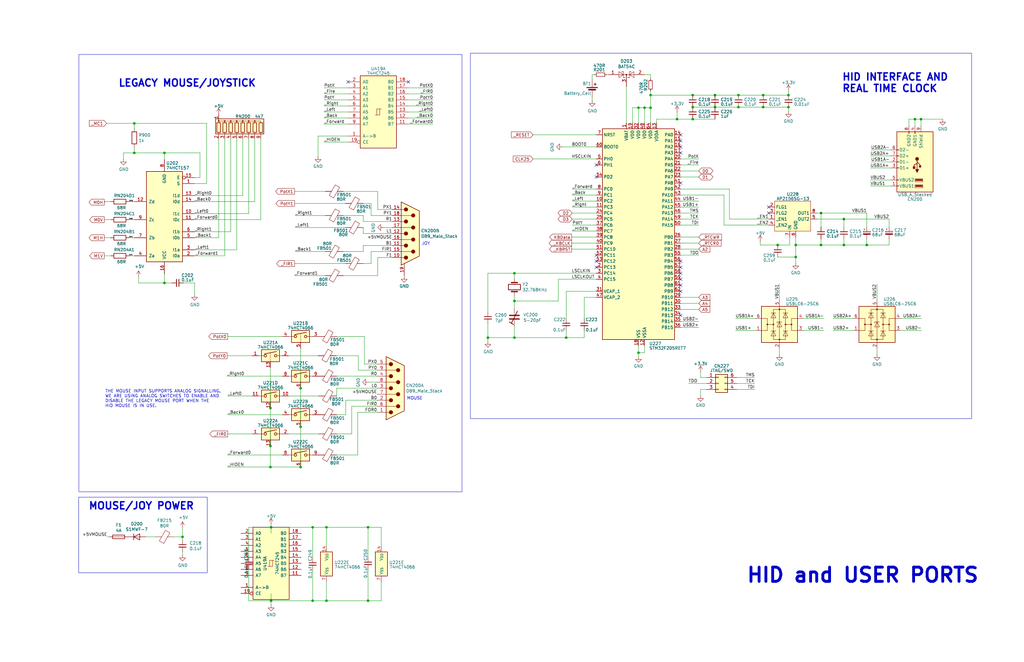
<source format=kicad_sch>
(kicad_sch (version 20230121) (generator eeschema)
  (paper "B")
  (title_block (title "AMIGA PCI") (date "2023-05-28") (rev "1"))
  (junction (at 292.1 50.292))
  (junction (at 114.3 253.492))
  (junction (at 269.24 148.844))
  (junction (at 346.202 89.916))
  (junction (at 216.916 142.494))
  (junction (at 137.668 253.492))
  (junction (at 56.642 64.516))
  (junction (at 355.854 103.378))
  (junction (at 69.342 119.38))
  (junction (at 311.404 40.132))
  (junction (at 69.342 64.516))
  (junction (at 365.506 103.378))
  (junction (at 332.486 40.132))
  (junction (at 292.1 45.212))
  (junction (at 56.642 52.07))
  (junction (at 216.916 127))
  (junction (at 137.668 222.504))
  (junction (at 285.496 50.292))
  (junction (at 321.818 45.212))
  (junction (at 126.746 163.83))
  (junction (at 76.962 226.568))
  (junction (at 114.3 222.504))
  (junction (at 385.826 50.292))
  (junction (at 131.826 253.492))
  (junction (at 274.32 40.132))
  (junction (at 311.404 45.212))
  (junction (at 126.746 197.104))
  (junction (at 388.366 50.292))
  (junction (at 238.76 142.494))
  (junction (at 335.534 108.458))
  (junction (at 274.32 45.466))
  (junction (at 126.746 180.086))
  (junction (at 155.194 222.504))
  (junction (at 114.046 197.104))
  (junction (at 131.826 222.504))
  (junction (at 271.78 45.466))
  (junction (at 114.046 188.214))
  (junction (at 327.914 103.378))
  (junction (at 292.1 40.132))
  (junction (at 301.498 45.212))
  (junction (at 155.194 253.492))
  (junction (at 332.486 45.212))
  (junction (at 335.534 103.378))
  (junction (at 269.24 45.466))
  (junction (at 301.498 40.132))
  (junction (at 205.74 142.494))
  (junction (at 114.046 172.212))
  (junction (at 321.818 40.132))
  (junction (at 346.202 103.378))
  (junction (at 216.916 115.316))
  (junction (at 355.854 92.456))
  (no_connect (at 251.46 112.776))
  (no_connect (at 251.46 107.696))
  (no_connect (at 287.02 56.896))
  (no_connect (at 324.104 87.376))
  (no_connect (at 251.46 74.676))
  (no_connect (at 287.02 112.776))
  (no_connect (at 287.02 77.216))
  (no_connect (at 146.812 34.544))
  (no_connect (at 287.02 115.316))
  (no_connect (at 172.212 34.544))
  (no_connect (at 324.104 89.916))
  (no_connect (at 287.02 110.236))
  (no_connect (at 287.02 61.976))
  (no_connect (at 287.02 64.516))
  (no_connect (at 287.02 117.856))
  (no_connect (at 287.02 133.096))
  (no_connect (at 251.46 110.236))
  (no_connect (at 287.02 120.396))
  (no_connect (at 287.02 59.436))
  (no_connect (at 251.46 69.596))
  (no_connect (at 287.02 122.936))
  (wire (pts (xy 205.74 142.494) (xy 216.916 142.494)))
  (wire (pts (xy 251.46 122.936) (xy 238.76 122.936)))
  (wire (pts (xy 95.758 150.114) (xy 106.426 150.114)))
  (wire (pts (xy 241.3 84.836) (xy 251.46 84.836)))
  (wire (pts (xy 355.854 100.838) (xy 355.854 103.378)))
  (wire (pts (xy 238.76 139.446) (xy 238.76 142.494)))
  (wire (pts (xy 131.826 222.504) (xy 114.3 222.504)))
  (wire (pts (xy 94.742 58.42) (xy 94.742 107.95)))
  (wire (pts (xy 114.046 197.104) (xy 126.746 197.104)))
  (wire (pts (xy 96.012 192.024) (xy 119.126 192.024)))
  (wire (pts (xy 224.79 67.056) (xy 251.46 67.056)))
  (wire (pts (xy 338.836 134.366) (xy 347.472 134.366)))
  (wire (pts (xy 182.626 39.624) (xy 172.212 39.624)))
  (wire (pts (xy 76.962 226.568) (xy 76.962 227.838)))
  (wire (pts (xy 287.02 105.156) (xy 294.64 105.156)))
  (wire (pts (xy 375.666 70.866) (xy 367.03 70.866)))
  (wire (pts (xy 160.782 230.378) (xy 160.782 222.504)))
  (wire (pts (xy 144.78 106.172) (xy 153.162 106.172)))
  (wire (pts (xy 355.854 92.456) (xy 355.854 95.758)))
  (wire (pts (xy 114.3 250.444) (xy 114.3 253.492)))
  (wire (pts (xy 161.798 96.012) (xy 165.354 96.012)))
  (wire (pts (xy 351.282 139.446) (xy 359.664 139.446)))
  (wire (pts (xy 96.012 197.104) (xy 114.046 197.104)))
  (wire (pts (xy 310.642 161.798) (xy 318.262 161.798)))
  (wire (pts (xy 276.86 50.292) (xy 285.496 50.292)))
  (wire (pts (xy 153.162 93.472) (xy 165.354 93.472)))
  (wire (pts (xy 155.448 161.29) (xy 159.004 161.29)))
  (wire (pts (xy 114.046 172.212) (xy 114.046 188.214)))
  (wire (pts (xy 150.876 192.024) (xy 141.986 192.024)))
  (wire (pts (xy 249.682 42.418) (xy 249.682 41.148)))
  (wire (pts (xy 374.904 100.838) (xy 374.904 103.378)))
  (wire (pts (xy 153.162 85.852) (xy 156.464 85.852)))
  (wire (pts (xy 297.942 159.258) (xy 295.402 159.258)))
  (wire (pts (xy 205.74 142.494) (xy 205.74 144.018)))
  (wire (pts (xy 114.3 222.504) (xy 114.3 225.044)))
  (wire (pts (xy 43.942 92.71) (xy 46.736 92.71)))
  (wire (pts (xy 124.206 80.772) (xy 137.16 80.772)))
  (wire (pts (xy 297.942 164.338) (xy 295.402 164.338)))
  (wire (pts (xy 97.282 97.79) (xy 97.282 58.42)))
  (wire (pts (xy 82.042 107.95) (xy 94.742 107.95)))
  (wire (pts (xy 301.498 50.292) (xy 292.1 50.292)))
  (wire (pts (xy 237.236 61.976) (xy 251.46 61.976)))
  (wire (pts (xy 321.818 40.132) (xy 332.486 40.132)))
  (wire (pts (xy 136.652 42.164) (xy 146.812 42.164)))
  (wire (pts (xy 144.78 90.932) (xy 153.162 90.932)))
  (wire (pts (xy 367.284 68.326) (xy 375.666 68.326)))
  (wire (pts (xy 150.876 173.99) (xy 150.876 192.024)))
  (wire (pts (xy 137.668 222.504) (xy 137.668 230.378)))
  (wire (pts (xy 388.366 50.292) (xy 397.51 50.292)))
  (wire (pts (xy 134.112 57.404) (xy 134.112 66.04)))
  (wire (pts (xy 216.916 142.494) (xy 238.76 142.494)))
  (wire (pts (xy 241.046 100.076) (xy 251.46 100.076)))
  (wire (pts (xy 182.626 52.324) (xy 172.212 52.324)))
  (wire (pts (xy 124.46 90.932) (xy 137.16 90.932)))
  (wire (pts (xy 385.826 50.292) (xy 383.286 50.292)))
  (wire (pts (xy 52.07 64.516) (xy 52.07 67.056)))
  (wire (pts (xy 73.152 226.568) (xy 76.962 226.568)))
  (wire (pts (xy 346.202 89.916) (xy 365.506 89.916)))
  (wire (pts (xy 310.642 159.258) (xy 318.262 159.258)))
  (wire (pts (xy 365.506 103.378) (xy 374.904 103.378)))
  (wire (pts (xy 136.652 44.704) (xy 146.812 44.704)))
  (wire (pts (xy 379.984 139.446) (xy 388.62 139.446)))
  (wire (pts (xy 205.74 115.316) (xy 216.916 115.316)))
  (wire (pts (xy 238.76 142.494) (xy 246.38 142.494)))
  (wire (pts (xy 148.336 183.134) (xy 141.986 183.134)))
  (wire (pts (xy 287.02 102.616) (xy 294.64 102.616)))
  (wire (pts (xy 335.534 103.378) (xy 346.202 103.378)))
  (wire (pts (xy 102.362 58.42) (xy 102.362 82.55)))
  (wire (pts (xy 136.652 47.244) (xy 146.812 47.244)))
  (wire (pts (xy 367.03 78.486) (xy 375.666 78.486)))
  (wire (pts (xy 285.496 47.244) (xy 285.496 50.292)))
  (wire (pts (xy 153.162 103.632) (xy 165.354 103.632)))
  (wire (pts (xy 287.02 72.136) (xy 294.64 72.136)))
  (wire (pts (xy 160.782 222.504) (xy 155.194 222.504)))
  (wire (pts (xy 114.046 155.194) (xy 114.046 172.212)))
  (wire (pts (xy 287.02 84.836) (xy 294.64 84.836)))
  (wire (pts (xy 216.916 117.348) (xy 216.916 115.316)))
  (wire (pts (xy 216.916 127) (xy 235.458 127)))
  (wire (pts (xy 269.24 45.466) (xy 271.78 45.466)))
  (wire (pts (xy 43.942 107.95) (xy 46.736 107.95)))
  (wire (pts (xy 224.79 56.896) (xy 251.46 56.896)))
  (wire (pts (xy 155.194 240.284) (xy 155.194 253.492)))
  (wire (pts (xy 82.042 97.79) (xy 97.282 97.79)))
  (wire (pts (xy 287.02 107.696) (xy 294.64 107.696)))
  (wire (pts (xy 287.02 82.296) (xy 305.308 82.296)))
  (wire (pts (xy 92.202 58.42) (xy 92.202 100.33)))
  (wire (pts (xy 216.916 127) (xy 216.916 130.048)))
  (wire (pts (xy 82.042 119.38) (xy 77.47 119.38)))
  (wire (pts (xy 82.042 77.47) (xy 87.122 77.47)))
  (wire (pts (xy 131.826 253.492) (xy 137.668 253.492)))
  (wire (pts (xy 82.042 92.71) (xy 109.982 92.71)))
  (wire (pts (xy 311.404 45.212) (xy 321.818 45.212)))
  (wire (pts (xy 126.746 147.066) (xy 126.746 163.83)))
  (wire (pts (xy 271.78 45.466) (xy 271.78 51.816)))
  (wire (pts (xy 131.826 222.504) (xy 131.826 235.458)))
  (wire (pts (xy 365.506 89.916) (xy 365.506 95.758)))
  (wire (pts (xy 155.194 253.492) (xy 160.782 253.492)))
  (wire (pts (xy 241.3 94.996) (xy 251.46 94.996)))
  (wire (pts (xy 287.02 125.476) (xy 294.64 125.476)))
  (wire (pts (xy 301.498 40.132) (xy 311.404 40.132)))
  (wire (pts (xy 351.282 134.366) (xy 359.664 134.366)))
  (wire (pts (xy 365.506 100.838) (xy 365.506 103.378)))
  (wire (pts (xy 96.012 141.986) (xy 119.126 141.986)))
  (wire (pts (xy 44.196 85.09) (xy 44.196 85.344)))
  (wire (pts (xy 153.162 98.552) (xy 165.354 98.552)))
  (wire (pts (xy 305.308 94.996) (xy 324.104 94.996)))
  (wire (pts (xy 287.02 130.556) (xy 294.64 130.556)))
  (wire (pts (xy 310.134 139.446) (xy 318.516 139.446)))
  (wire (pts (xy 151.13 156.21) (xy 159.004 156.21)))
  (wire (pts (xy 385.826 50.292) (xy 385.826 53.086)))
  (wire (pts (xy 104.902 58.42) (xy 104.902 90.17)))
  (wire (pts (xy 69.342 67.31) (xy 69.342 64.516)))
  (wire (pts (xy 332.486 38.354) (xy 332.486 40.132)))
  (wire (pts (xy 104.902 222.504) (xy 114.3 222.504)))
  (wire (pts (xy 82.042 85.09) (xy 107.442 85.09)))
  (wire (pts (xy 338.836 139.446) (xy 347.472 139.446)))
  (wire (pts (xy 43.942 100.33) (xy 46.736 100.33)))
  (wire (pts (xy 241.3 82.296) (xy 251.46 82.296)))
  (wire (pts (xy 155.194 222.504) (xy 137.668 222.504)))
  (wire (pts (xy 374.904 92.456) (xy 374.904 95.758)))
  (wire (pts (xy 383.286 53.086) (xy 383.286 50.292)))
  (wire (pts (xy 216.916 115.316) (xy 251.46 115.316)))
  (wire (pts (xy 56.642 64.516) (xy 52.07 64.516)))
  (wire (pts (xy 355.854 92.456) (xy 374.904 92.456)))
  (wire (pts (xy 287.02 138.176) (xy 294.64 138.176)))
  (wire (pts (xy 114.3 255.27) (xy 114.3 253.492)))
  (wire (pts (xy 287.02 67.056) (xy 294.64 67.056)))
  (wire (pts (xy 145.796 168.91) (xy 159.004 168.91)))
  (wire (pts (xy 159.258 108.712) (xy 165.354 108.712)))
  (wire (pts (xy 335.534 108.458) (xy 335.534 103.378)))
  (wire (pts (xy 137.668 222.504) (xy 131.826 222.504)))
  (wire (pts (xy 367.284 63.246) (xy 375.666 63.246)))
  (wire (pts (xy 287.02 128.016) (xy 294.64 128.016)))
  (wire (pts (xy 153.67 141.986) (xy 153.67 153.67)))
  (wire (pts (xy 328.676 149.606) (xy 328.676 147.066)))
  (wire (pts (xy 156.464 85.852) (xy 156.464 90.932)))
  (wire (pts (xy 255.778 31.496) (xy 256.54 31.496)))
  (wire (pts (xy 287.02 87.376) (xy 294.64 87.376)))
  (wire (pts (xy 310.134 134.366) (xy 318.516 134.366)))
  (wire (pts (xy 274.32 31.496) (xy 271.78 31.496)))
  (wire (pts (xy 144.78 80.772) (xy 159.258 80.772)))
  (wire (pts (xy 367.03 75.946) (xy 375.666 75.946)))
  (wire (pts (xy 131.826 240.538) (xy 131.826 253.492)))
  (wire (pts (xy 375.666 65.786) (xy 367.03 65.786)))
  (wire (pts (xy 137.668 245.618) (xy 137.668 253.492)))
  (wire (pts (xy 82.042 100.33) (xy 92.202 100.33)))
  (wire (pts (xy 249.682 31.496) (xy 249.682 33.528)))
  (wire (pts (xy 246.38 125.476) (xy 251.46 125.476)))
  (wire (pts (xy 269.24 45.466) (xy 269.24 51.816)))
  (wire (pts (xy 271.78 148.844) (xy 271.78 145.796)))
  (wire (pts (xy 95.758 158.75) (xy 119.126 158.75)))
  (wire (pts (xy 241.3 97.536) (xy 251.46 97.536)))
  (wire (pts (xy 44.196 85.09) (xy 46.736 85.09)))
  (wire (pts (xy 104.902 235.204) (xy 104.902 222.504)))
  (wire (pts (xy 301.498 45.212) (xy 311.404 45.212)))
  (wire (pts (xy 320.548 101.854) (xy 320.548 103.378)))
  (wire (pts (xy 160.782 253.492) (xy 160.782 245.618)))
  (wire (pts (xy 246.38 139.446) (xy 246.38 142.494)))
  (wire (pts (xy 335.534 100.076) (xy 335.534 103.378)))
  (wire (pts (xy 287.02 89.916) (xy 294.64 89.916)))
  (wire (pts (xy 155.194 222.504) (xy 155.194 235.204)))
  (wire (pts (xy 295.402 164.338) (xy 295.402 166.878)))
  (wire (pts (xy 146.812 57.404) (xy 134.112 57.404)))
  (wire (pts (xy 216.916 124.968) (xy 216.916 127)))
  (wire (pts (xy 216.916 137.668) (xy 216.916 142.494)))
  (wire (pts (xy 96.012 183.134) (xy 106.426 183.134)))
  (wire (pts (xy 307.594 79.756) (xy 307.594 92.456)))
  (wire (pts (xy 159.258 116.332) (xy 159.258 108.712)))
  (wire (pts (xy 136.652 39.624) (xy 146.812 39.624)))
  (wire (pts (xy 104.902 240.284) (xy 104.902 253.492)))
  (wire (pts (xy 271.78 45.466) (xy 274.32 45.466)))
  (wire (pts (xy 346.202 100.838) (xy 346.202 103.378)))
  (wire (pts (xy 156.464 106.172) (xy 165.354 106.172)))
  (wire (pts (xy 287.02 135.636) (xy 294.64 135.636)))
  (wire (pts (xy 107.442 85.09) (xy 107.442 58.42)))
  (wire (pts (xy 355.854 103.378) (xy 365.506 103.378)))
  (wire (pts (xy 96.012 167.132) (xy 106.426 167.132)))
  (wire (pts (xy 54.356 92.71) (xy 56.642 92.71)))
  (wire (pts (xy 126.746 163.83) (xy 126.746 180.086)))
  (wire (pts (xy 266.7 51.816) (xy 266.7 45.466)))
  (wire (pts (xy 182.626 42.164) (xy 172.212 42.164)))
  (wire (pts (xy 182.626 49.784) (xy 172.212 49.784)))
  (wire (pts (xy 369.824 119.888) (xy 369.824 126.746)))
  (wire (pts (xy 235.458 127) (xy 235.458 117.856)))
  (wire (pts (xy 54.356 85.09) (xy 56.642 85.09)))
  (wire (pts (xy 141.986 158.75) (xy 159.004 158.75)))
  (wire (pts (xy 104.902 253.492) (xy 114.3 253.492)))
  (wire (pts (xy 388.366 50.292) (xy 385.826 50.292)))
  (wire (pts (xy 46.228 226.568) (xy 45.212 226.568)))
  (wire (pts (xy 153.162 90.932) (xy 153.162 93.472)))
  (wire (pts (xy 114.3 253.492) (xy 131.826 253.492)))
  (wire (pts (xy 136.652 59.944) (xy 146.812 59.944)))
  (wire (pts (xy 335.534 108.458) (xy 327.914 108.458)))
  (wire (pts (xy 320.548 103.378) (xy 327.914 103.378)))
  (wire (pts (xy 287.02 69.596) (xy 294.64 69.596)))
  (wire (pts (xy 269.24 150.368) (xy 269.24 148.844)))
  (wire (pts (xy 241.3 87.376) (xy 251.46 87.376)))
  (wire (pts (xy 69.342 119.38) (xy 69.342 115.57)))
  (wire (pts (xy 321.818 45.212) (xy 332.486 45.212)))
  (wire (pts (xy 121.666 167.132) (xy 134.366 167.132)))
  (wire (pts (xy 287.02 79.756) (xy 307.594 79.756)))
  (wire (pts (xy 126.746 180.086) (xy 126.746 197.104)))
  (wire (pts (xy 124.206 116.332) (xy 137.16 116.332)))
  (wire (pts (xy 346.202 89.916) (xy 346.202 95.758)))
  (wire (pts (xy 69.342 64.516) (xy 84.328 64.516)))
  (wire (pts (xy 241.3 79.756) (xy 251.46 79.756)))
  (wire (pts (xy 182.626 44.704) (xy 172.212 44.704)))
  (wire (pts (xy 121.666 150.114) (xy 134.112 150.114)))
  (wire (pts (xy 159.004 173.99) (xy 150.876 173.99)))
  (wire (pts (xy 344.424 92.456) (xy 355.854 92.456)))
  (wire (pts (xy 99.822 58.42) (xy 99.822 105.41)))
  (wire (pts (xy 54.356 107.95) (xy 56.642 107.95)))
  (wire (pts (xy 182.626 37.084) (xy 172.212 37.084)))
  (wire (pts (xy 159.004 171.45) (xy 148.336 171.45)))
  (wire (pts (xy 287.02 94.996) (xy 294.64 94.996)))
  (wire (pts (xy 241.046 102.616) (xy 251.46 102.616)))
  (wire (pts (xy 136.652 49.784) (xy 146.812 49.784)))
  (wire (pts (xy 141.986 175.006) (xy 145.796 175.006)))
  (wire (pts (xy 269.24 145.796) (xy 269.24 148.844)))
  (wire (pts (xy 276.86 51.816) (xy 276.86 50.292)))
  (wire (pts (xy 205.74 131.572) (xy 205.74 115.316)))
  (wire (pts (xy 44.958 52.07) (xy 56.642 52.07)))
  (wire (pts (xy 327.914 103.378) (xy 332.994 103.378)))
  (wire (pts (xy 266.7 45.466) (xy 269.24 45.466)))
  (wire (pts (xy 82.042 90.17) (xy 104.902 90.17)))
  (wire (pts (xy 346.202 103.378) (xy 355.854 103.378)))
  (wire (pts (xy 153.162 106.172) (xy 153.162 103.632)))
  (wire (pts (xy 292.1 50.292) (xy 285.496 50.292)))
  (wire (pts (xy 274.32 40.132) (xy 292.1 40.132)))
  (wire (pts (xy 141.986 167.132) (xy 141.986 163.83)))
  (wire (pts (xy 84.328 74.93) (xy 84.328 64.516)))
  (wire (pts (xy 72.39 119.38) (xy 69.342 119.38)))
  (wire (pts (xy 328.676 119.888) (xy 328.676 126.746)))
  (wire (pts (xy 124.206 111.252) (xy 145.542 111.252)))
  (wire (pts (xy 159.258 80.772) (xy 159.258 88.392)))
  (wire (pts (xy 87.122 52.07) (xy 56.642 52.07)))
  (wire (pts (xy 137.668 253.492) (xy 155.194 253.492)))
  (wire (pts (xy 124.206 85.852) (xy 145.542 85.852)))
  (wire (pts (xy 292.1 45.212) (xy 301.498 45.212)))
  (wire (pts (xy 287.02 92.456) (xy 294.64 92.456)))
  (wire (pts (xy 96.012 175.006) (xy 119.126 175.006)))
  (wire (pts (xy 87.122 77.47) (xy 87.122 52.07)))
  (wire (pts (xy 246.38 134.366) (xy 246.38 125.476)))
  (wire (pts (xy 156.464 90.932) (xy 165.354 90.932)))
  (wire (pts (xy 136.652 52.324) (xy 146.812 52.324)))
  (wire (pts (xy 148.336 171.45) (xy 148.336 183.134)))
  (wire (pts (xy 264.16 36.576) (xy 264.16 51.816)))
  (wire (pts (xy 311.404 40.132) (xy 321.818 40.132)))
  (wire (pts (xy 136.652 37.084) (xy 146.812 37.084)))
  (wire (pts (xy 379.984 134.366) (xy 388.62 134.366)))
  (wire (pts (xy 274.32 40.132) (xy 274.32 45.466)))
  (wire (pts (xy 151.13 150.114) (xy 151.13 156.21)))
  (wire (pts (xy 159.258 88.392) (xy 165.354 88.392)))
  (wire (pts (xy 144.78 116.332) (xy 159.258 116.332)))
  (wire (pts (xy 156.464 111.252) (xy 156.464 106.172)))
  (wire (pts (xy 82.042 105.41) (xy 99.822 105.41)))
  (wire (pts (xy 295.402 156.972) (xy 295.402 159.258)))
  (wire (pts (xy 109.982 92.71) (xy 109.982 58.42)))
  (wire (pts (xy 43.942 85.344) (xy 44.196 85.344)))
  (wire (pts (xy 141.986 141.986) (xy 153.67 141.986)))
  (wire (pts (xy 332.486 46.99) (xy 332.486 45.212)))
  (wire (pts (xy 205.74 136.652) (xy 205.74 142.494)))
  (wire (pts (xy 287.02 74.676) (xy 294.64 74.676)))
  (wire (pts (xy 56.642 61.976) (xy 56.642 64.516)))
  (wire (pts (xy 56.642 54.356) (xy 56.642 52.07)))
  (wire (pts (xy 84.328 74.93) (xy 82.042 74.93)))
  (wire (pts (xy 269.24 148.844) (xy 271.78 148.844)))
  (wire (pts (xy 274.32 38.354) (xy 274.32 40.132)))
  (wire (pts (xy 241.3 92.456) (xy 251.46 92.456)))
  (wire (pts (xy 332.994 100.076) (xy 332.994 103.378)))
  (wire (pts (xy 141.732 150.114) (xy 151.13 150.114)))
  (wire (pts (xy 235.458 117.856) (xy 251.46 117.856)))
  (wire (pts (xy 141.986 163.83) (xy 159.004 163.83)))
  (wire (pts (xy 124.46 106.172) (xy 137.16 106.172)))
  (wire (pts (xy 274.32 33.274) (xy 274.32 31.496)))
  (wire (pts (xy 61.468 226.568) (xy 65.532 226.568)))
  (wire (pts (xy 307.594 92.456) (xy 324.104 92.456)))
  (wire (pts (xy 388.366 50.292) (xy 388.366 53.086)))
  (wire (pts (xy 153.67 153.67) (xy 159.004 153.67)))
  (wire (pts (xy 121.666 183.134) (xy 134.366 183.134)))
  (wire (pts (xy 76.962 232.918) (xy 76.962 234.188)))
  (wire (pts (xy 153.162 111.252) (xy 156.464 111.252)))
  (wire (pts (xy 369.824 149.606) (xy 369.824 147.066)))
  (wire (pts (xy 335.534 110.998) (xy 335.534 108.458)))
  (wire (pts (xy 124.46 96.012) (xy 145.542 96.012)))
  (wire (pts (xy 58.42 116.84) (xy 58.42 119.38)))
  (wire (pts (xy 241.046 105.156) (xy 251.46 105.156)))
  (wire (pts (xy 145.796 175.006) (xy 145.796 168.91)))
  (wire (pts (xy 76.962 226.568) (xy 76.962 222.758)))
  (wire (pts (xy 287.02 100.076) (xy 294.64 100.076)))
  (wire (pts (xy 58.42 119.38) (xy 69.342 119.38)))
  (wire (pts (xy 250.698 31.496) (xy 249.682 31.496)))
  (wire (pts (xy 82.042 124.206) (xy 82.042 119.38)))
  (wire (pts (xy 344.424 89.916) (xy 346.202 89.916)))
  (wire (pts (xy 114.3 221.234) (xy 114.3 222.504)))
  (wire (pts (xy 54.356 100.33) (xy 56.642 100.33)))
  (wire (pts (xy 305.308 82.296) (xy 305.308 94.996)))
  (wire (pts (xy 292.1 40.132) (xy 301.498 40.132)))
  (wire (pts (xy 297.942 161.798) (xy 290.322 161.798)))
  (wire (pts (xy 182.626 47.244) (xy 172.212 47.244)))
  (wire (pts (xy 170.434 116.586) (xy 170.434 116.332)))
  (wire (pts (xy 241.3 89.916) (xy 251.46 89.916)))
  (wire (pts (xy 310.642 164.338) (xy 318.262 164.338)))
  (wire (pts (xy 238.76 122.936) (xy 238.76 134.366)))
  (wire (pts (xy 114.046 188.214) (xy 114.046 197.104)))
  (wire (pts (xy 56.642 64.516) (xy 69.342 64.516)))
  (wire (pts (xy 274.32 45.466) (xy 274.32 51.816)))
  (wire (pts (xy 153.162 96.012) (xy 153.162 98.552)))
  (wire (pts (xy 82.042 82.55) (xy 102.362 82.55)))
  (rectangle (start 33.274 22.987) (end 194.818 207.518))
  (rectangle (start 198.374 22.479) (end 409.702 176.657))
  (rectangle (start 33.147 209.804) (end 87.376 241.681))
  (text "THE MOUSE INPUT SUPPORTS ANALOG SIGNALLING.\nWE ARE USING ANALOG SWITCHES TO ENABLE AND\nDISABLE THE LEGACY MOUSE PORT WHEN THE\nHID MOUSE IS IN USE." (at 44.323 172.085 0) (effects (font (size 1.27 1.27)) (justify left bottom)))
  (text "HID and USER PORTS" (at 314.452 246.38 0) (effects (font (size 6 6) (thickness 1.2) bold) (justify left bottom)))
  (text "LEGACY MOUSE/JOYSTICK" (at 49.784 36.957 0) (effects (font (size 3 3) (thickness 0.6) bold) (justify left bottom)))
  (text "MOUSE/JOY POWER" (at 37.211 215.392 0) (effects (font (size 3 3) (thickness 0.6) bold) (justify left bottom)))
  (text "HID INTERFACE AND\nREAL TIME CLOCK" (at 354.965 39.243 0) (effects (font (size 3 3) (thickness 0.6) bold) (justify left bottom)))
  (text "MOUSE" (at 171.577 168.91 0) (effects (font (size 1.27 1.27)) (justify left bottom)))
  (text "JOY" (at 177.8 103.632 0) (effects (font (size 1.27 1.27)) (justify left bottom)))
  (label "USB1A-" (at 367.284 68.326 0))
  (label "L0" (at 159.004 163.83 180))
  (label "USB2-" (at 294.64 135.636 180))
  (label "LSCLKIN" (at 241.046 115.316 0))
  (label "PY1" (at 165.354 90.932 180))
  (label "USB1+" (at 294.64 87.376 180))
  (label "TMS" (at 294.64 89.916 180))
  (label "PX0" (at 159.004 153.67 180))
  (label "PotY" (at 136.652 42.164 0))
  (label "USB1A+" (at 367.03 70.866 0))
  (label "USB1A-" (at 347.472 134.366 180))
  (label "_HIDEN" (at 136.652 59.944 0))
  (label "PotX" (at 136.652 37.084 0))
  (label "_Forward0" (at 182.626 52.324 180))
  (label "TDI" (at 294.64 94.996 180))
  (label "TMS" (at 318.262 159.258 180))
  (label "MV1" (at 54.356 107.95 0) (effects (font (size 0.5 0.5))))
  (label "PotX0" (at 182.626 37.084 180))
  (label "MH1" (at 54.356 100.33 0) (effects (font (size 0.5 0.5))))
  (label "USB2+" (at 351.282 139.446 0))
  (label "USB2A+" (at 367.03 65.786 0))
  (label "USB2A+" (at 351.282 134.366 0))
  (label "USB1+" (at 310.134 139.446 0))
  (label "TDO" (at 290.322 161.798 0))
  (label "_Left0" (at 82.042 90.17 0))
  (label "F1" (at 165.354 108.712 180))
  (label "_Right0" (at 95.758 158.75 0))
  (label "_Back1" (at 82.296 100.33 0))
  (label "VBUS2" (at 369.824 119.888 270))
  (label "_Back0" (at 96.012 175.006 0))
  (label "_Back1" (at 124.46 106.172 0))
  (label "TDI" (at 318.262 164.338 180))
  (label "USB2A-" (at 388.62 134.366 180))
  (label "MH0" (at 54.356 85.09 0) (effects (font (size 0.5 0.5))))
  (label "_Back0" (at 82.042 85.09 0))
  (label "_Right" (at 241.3 87.376 0))
  (label "_Left1" (at 124.46 96.012 0))
  (label "_Back0" (at 182.626 49.784 180))
  (label "TCK" (at 294.64 92.456 180))
  (label "_Right0" (at 182.626 44.704 180))
  (label "+5VMOUSE" (at 159.004 166.37 180))
  (label "FOR0" (at 159.004 173.99 180))
  (label "+5VMOUSE" (at 165.354 101.092 180))
  (label "_Left" (at 136.652 47.244 0))
  (label "PotY0" (at 182.626 42.164 180))
  (label "R1" (at 165.354 93.472 180))
  (label "R0" (at 159.004 158.75 180))
  (label "MV0" (at 54.356 92.71 0) (effects (font (size 0.5 0.5))))
  (label "_Fire" (at 294.64 69.596 180))
  (label "USB2-" (at 388.62 139.446 180))
  (label "USB1-" (at 347.472 139.446 180))
  (label "_Right1" (at 124.46 90.932 0))
  (label "PotY" (at 241.3 94.996 0))
  (label "_Forward" (at 241.3 79.756 0))
  (label "_Forward1" (at 82.296 107.95 0))
  (label "USB1-" (at 294.64 84.836 180))
  (label "PY0" (at 159.004 156.21 180))
  (label "_Right0" (at 82.042 82.55 0))
  (label "TCK" (at 318.262 161.798 180))
  (label "_Left" (at 241.3 84.836 0))
  (label "_EN2" (at 324.104 94.996 180))
  (label "LSCLKOUT" (at 241.046 117.856 0))
  (label "BOOT0" (at 241.046 61.976 0))
  (label "VBUS1" (at 328.676 119.888 270))
  (label "B1" (at 165.354 103.632 180))
  (label "VBUS2" (at 374.904 92.456 180))
  (label "VBUS1" (at 365.506 89.916 180))
  (label "_Forward0" (at 82.042 92.71 0))
  (label "_Left0" (at 96.012 167.132 0))
  (label "_Back" (at 136.652 49.784 0))
  (label "_HIDEN" (at 96.012 197.104 0))
  (label "_Right" (at 136.652 44.704 0))
  (label "_Forward1" (at 124.206 116.332 0))
  (label "VBUS2" (at 367.03 75.946 0))
  (label "_EN1" (at 324.104 92.456 180))
  (label "_Right1" (at 82.042 97.79 0))
  (label "_HIDEN" (at 241.3 97.536 0))
  (label "VBUS1" (at 367.03 78.486 0))
  (label "_Forward0" (at 96.012 192.024 0))
  (label "_Left0" (at 182.626 47.244 180))
  (label "_Forward" (at 136.652 52.324 0))
  (label "_Fire" (at 136.652 39.624 0))
  (label "HSCLKIN" (at 241.046 67.056 0))
  (label "B0" (at 159.004 168.91 180))
  (label "PX1" (at 165.354 88.392 180))
  (label "USB2+" (at 294.64 138.176 180))
  (label "_Back" (at 241.3 82.296 0))
  (label "L1" (at 165.354 98.552 180))
  (label "_Left1" (at 82.296 105.41 0))
  (label "PotX" (at 294.64 67.056 180))
  (label "USB2A-" (at 367.284 63.246 0))
  (label "TDO" (at 294.64 107.696 180))
  (label "FIR1" (at 165.354 106.172 180))
  (label "+5VMOUSE" (at 45.212 226.568 180))
  (label "USB1A+" (at 310.134 134.366 0))
  (label "_FIR0" (at 182.626 39.624 180))
  (label "FIR0" (at 159.004 171.45 180))
  (global_label "_RTCRD" (shape input) (at 294.64 102.616 0) (property "Intersheetrefs" "${INTERSHEET_REFS}" (at 304.561 102.616 0) (effects (justify left))))
  (global_label "D1" (shape bidirectional) (at 294.64 74.676 0) (property "Intersheetrefs" "${INTERSHEET_REFS}" (at 301.1366 74.676 0) (effects (justify left))))
  (global_label "M1V" (shape output) (at 43.942 107.95 180) (property "Intersheetrefs" "${INTERSHEET_REFS}" (at 37.2867 107.95 0) (effects (justify right))))
  (global_label "D2" (shape bidirectional) (at 241.3 89.916 180) (property "Intersheetrefs" "${INTERSHEET_REFS}" (at 234.8034 89.916 0) (effects (justify right))))
  (global_label "_KBCLK" (shape output) (at 241.046 102.616 180) (property "Intersheetrefs" "${INTERSHEET_REFS}" (at 231.0645 102.616 0) (effects (justify right))))
  (global_label "_FIR1" (shape output) (at 124.206 111.252 180) (property "Intersheetrefs" "${INTERSHEET_REFS}" (at 116.1597 111.252 0) (effects (justify right))))
  (global_label "PotX0" (shape output) (at 96.012 141.986 180) (property "Intersheetrefs" "${INTERSHEET_REFS}" (at 87.5425 141.986 0) (effects (justify right))))
  (global_label "PotX1" (shape output) (at 124.206 80.772 180) (property "Intersheetrefs" "${INTERSHEET_REFS}" (at 115.7365 80.772 0) (effects (justify right))))
  (global_label "_MC1" (shape input) (at 44.958 52.07 180) (property "Intersheetrefs" "${INTERSHEET_REFS}" (at 37.1537 52.07 0) (effects (justify right))))
  (global_label "D3" (shape bidirectional) (at 241.3 92.456 180) (property "Intersheetrefs" "${INTERSHEET_REFS}" (at 234.8034 92.456 0) (effects (justify right))))
  (global_label "A3" (shape input) (at 294.64 125.476 0) (property "Intersheetrefs" "${INTERSHEET_REFS}" (at 299.8439 125.476 0) (effects (justify left))))
  (global_label "CLK25" (shape input) (at 224.79 67.056 180) (property "Intersheetrefs" "${INTERSHEET_REFS}" (at 215.8177 67.056 0) (effects (justify right))))
  (global_label "_RTCWR" (shape input) (at 294.64 100.076 0) (property "Intersheetrefs" "${INTERSHEET_REFS}" (at 304.7424 100.076 0) (effects (justify left))))
  (global_label "_RESET" (shape input) (at 224.79 56.896 180) (property "Intersheetrefs" "${INTERSHEET_REFS}" (at 215.1715 56.896 0) (effects (justify right))))
  (global_label "_FIR0" (shape output) (at 96.012 183.134 180) (property "Intersheetrefs" "${INTERSHEET_REFS}" (at 87.9657 183.134 0) (effects (justify right))))
  (global_label "_KBRST" (shape output) (at 241.046 105.156 180) (property "Intersheetrefs" "${INTERSHEET_REFS}" (at 231.1855 105.156 0) (effects (justify right))))
  (global_label "PotY0" (shape output) (at 95.758 150.114 180) (property "Intersheetrefs" "${INTERSHEET_REFS}" (at 87.4094 150.114 0) (effects (justify right))))
  (global_label "M0H" (shape output) (at 43.942 85.344 180) (property "Intersheetrefs" "${INTERSHEET_REFS}" (at 37.0448 85.344 0) (effects (justify right))))
  (global_label "A2" (shape input) (at 294.64 105.156 0) (property "Intersheetrefs" "${INTERSHEET_REFS}" (at 299.8439 105.156 0) (effects (justify left))))
  (global_label "M0V" (shape output) (at 43.942 92.71 180) (property "Intersheetrefs" "${INTERSHEET_REFS}" (at 37.2867 92.71 0) (effects (justify right))))
  (global_label "A5" (shape input) (at 294.64 130.556 0) (property "Intersheetrefs" "${INTERSHEET_REFS}" (at 299.8439 130.556 0) (effects (justify left))))
  (global_label "M1H" (shape output) (at 43.942 100.33 180) (property "Intersheetrefs" "${INTERSHEET_REFS}" (at 37.0448 100.33 0) (effects (justify right))))
  (global_label "PotY1" (shape output) (at 124.206 85.852 180) (property "Intersheetrefs" "${INTERSHEET_REFS}" (at 115.8574 85.852 0) (effects (justify right))))
  (global_label "A4" (shape input) (at 294.64 128.016 0) (property "Intersheetrefs" "${INTERSHEET_REFS}" (at 299.8439 128.016 0) (effects (justify left))))
  (global_label "D0" (shape bidirectional) (at 294.64 72.136 0) (property "Intersheetrefs" "${INTERSHEET_REFS}" (at 301.1366 72.136 0) (effects (justify left))))
  (global_label "KBData" (shape output) (at 241.046 100.076 180) (property "Intersheetrefs" "${INTERSHEET_REFS}" (at 231.3065 100.076 0) (effects (justify right))))
  (symbol (lib_id "Device:C_Small") (at 327.914 105.918 0) (unit 1)
    (property "Reference" "C259" (at 321.818 107.807 0) (effects (justify left)))
    (property "Value" "0.1uF" (at 321.818 109.728 0) (effects (justify left)))
    (property "Footprint" "Capacitor_SMD:C_0603_1608Metric" (effects hide))
  )
  (symbol (lib_id "power:+3.3V") (at 285.496 47.244 0) (unit 1)
    (property "Reference" "#PWR0113" (effects hide))
    (property "Value" "+3.3V" (at 285.496 43.7421 0))
  )
  (symbol (lib_id "Device:C_Polarized_Small") (at 365.506 98.298 0) (unit 1)
    (property "Reference" "C216" (at 367.665 97.1082 0) (effects (justify left)))
    (property "Value" "68uF" (at 367.665 99.0292 0) (effects (justify left)))
    (property "Footprint" "Capacitor_THT:CP_Radial_D5.0mm_P2.00mm" (effects hide))
  )
  (symbol (lib_id "AmigaPCI-Symbols:Ferrite_Bead") (at 140.97 80.772 270) (unit 1)
    (property "Reference" "FB501" (at 145.161 82.169 90))
    (property "Value" "80R" (at 143.891 84.0994 90))
    (property "Footprint" "Capacitor_SMD:C_0805_2012Metric" (effects hide))
    (instances (project "AmigaPCI Mainboard" (path "" (reference "FB501") (unit 1)) (path "" (reference "FB216") (unit 1)) (path "" (reference "FB204") (unit 1)) (path "" (reference "FB223") (unit 1))) (project "2000ATX" (path "" (reference "FB401") (unit 1)) (path "" (reference "FB401") (unit 1))))
  )
  (symbol (lib_id "AmigaPCI-Symbols:Ferrite_Bead") (at 140.97 116.332 90) (unit 1)
    (property "Reference" "FB501" (at 135.128 119.888 90))
    (property "Value" "80R" (at 136.398 117.9576 90))
    (property "Footprint" "Capacitor_SMD:C_0805_2012Metric" (effects hide))
    (instances (project "AmigaPCI Mainboard" (path "" (reference "FB501") (unit 1)) (path "" (reference "FB216") (unit 1)) (path "" (reference "FB204") (unit 1)) (path "" (reference "FB229") (unit 1))) (project "2000ATX" (path "" (reference "FB401") (unit 1)) (path "" (reference "FB401") (unit 1))))
  )
  (symbol (lib_id "power:+5V") (at 76.962 222.758 0) (unit 1)
    (property "Reference" "#PWR089" (effects hide))
    (property "Value" "+5V" (at 77.343 218.3638 0))
    (instances (project "AmigaPCI Mainboard" (path "" (reference "#PWR089") (unit 1)) (path "" (reference "#PWR0280") (unit 1))) (project "2000ATX" (path "" (reference "#PWR0273") (unit 1))))
  )
  (symbol (lib_id "AmigaPCI-Symbols:74LVC245") (at 114.3 237.744 0) (unit 1)
    (property "Reference" "U419" (at 111.76 240.919 90) (effects (justify left)))
    (property "Value" "74HCT245" (at 116.967 242.57 90) (effects (justify left)))
    (property "Footprint" "Package_SO:TSSOP-20_4.4x6.5mm_P0.65mm" (effects hide))
    (property "Datasheet" "http://www.ti.com/lit/gpn/sn74LS245" (effects hide))
    (instances (project "AmigaPCI Mainboard" (path "" (reference "U419") (unit 1)) (path "" (reference "U419") (unit 1)) (path "" (reference "U223") (unit 2))))
  )
  (symbol (lib_id "power:+5V") (at 92.202 48.26 0) (unit 1)
    (property "Reference" "#PWR068" (effects hide))
    (property "Value" "+5V" (at 92.202 44.7581 0))
  )
  (symbol (lib_id "Diode:BAT54C") (at 264.16 31.496 0) (unit 1)
    (property "Reference" "D203" (at 264.16 25.781 0))
    (property "Value" "BAT54C" (at 264.16 28.0924 0))
    (property "Footprint" "Package_TO_SOT_SMD:SOT-23" (effects hide))
    (property "Datasheet" "http://www.diodes.com/_files/datasheets/ds11005.pdf" (effects hide))
    (property "Part Number" "BAT54C" (effects hide))
  )
  (symbol (lib_id "74xx:74LS157") (at 69.342 92.71 180) (unit 1)
    (property "Reference" "U202" (at 72.644 68.834 0))
    (property "Value" "74HCT157" (at 74.93 70.866 0))
    (property "Footprint" "Package_SO:SOIC-16_3.9x9.9mm_P1.27mm" (effects hide))
    (property "Datasheet" "http://www.ti.com/lit/gpn/sn74LS157" (effects hide))
    (instances (project "AmigaPCI Mainboard" (path "" (reference "U202") (unit 1)) (path "" (reference "U224") (unit 1))) (project "2000ATX" (path "" (reference "U202") (unit 1))))
  )
  (symbol (lib_id "Device:R") (at 50.546 107.95 270) (unit 1)
    (property "Reference" "RN204A1" (at 48.006 105.41 90) (effects (justify left)))
    (property "Value" "68R" (at 49.276 110.49 90) (effects (justify left)))
    (property "Footprint" "Resistor_SMD:R_0603_1608Metric" (effects hide))
    (instances (project "AmigaPCI Mainboard" (path "" (reference "RN204A1") (unit 1)) (path "" (reference "R207") (unit 1))) (project "2000ATX" (path "" (reference "RN204A1") (unit 1))))
  )
  (symbol (lib_id "Device:R_Network08") (at 102.362 53.34 0) (unit 1)
    (property "Reference" "RN200" (at 99.187 49.149 0) (effects (justify left)))
    (property "Value" "4k7" (at 107.442 49.149 0) (effects (justify left)))
    (property "Footprint" "Resistor_THT:R_Array_SIP9" (effects hide))
    (property "Datasheet" "http://www.vishay.com/docs/31509/csc.pdf" (effects hide))
    (instances (project "AmigaPCI Mainboard" (path "" (reference "RN200") (unit 1)) (path "" (reference "RN213") (unit 1))) (project "2000ATX" (path "" (reference "RN200") (unit 1))))
  )
  (symbol (lib_id "power:GND") (at 269.24 150.368 0) (unit 1)
    (property "Reference" "#PWR0254" (effects hide))
    (property "Value" "GND" (at 269.24 154.5035 0))
  )
  (symbol (lib_id "power:GND") (at 205.74 144.018 0) (unit 1)
    (property "Reference" "#PWR0197" (effects hide))
    (property "Value" "GND" (at 205.867 148.4122 0))
  )
  (symbol (lib_id "Device:C_Small") (at 104.902 237.744 0) (unit 1)
    (property "Reference" "C253" (at 103.886 236.728 90) (effects (justify left)))
    (property "Value" "0.1uF" (at 103.886 243.967 90) (effects (justify left)))
    (property "Footprint" "Capacitor_SMD:C_0603_1608Metric" (effects hide))
  )
  (symbol (lib_id "Device:C_Small") (at 321.818 42.672 0) (unit 1)
    (property "Reference" "C221" (at 324.1421 42.0346 0) (effects (justify left)))
    (property "Value" "0.1uF" (at 324.1421 43.9556 0) (effects (justify left)))
    (property "Footprint" "Capacitor_SMD:C_0603_1608Metric" (effects hide))
  )
  (symbol (lib_id "power:GND") (at 114.3 255.27 0) (unit 1)
    (property "Reference" "#PWR067" (effects hide))
    (property "Value" "GND" (at 114.3 259.4055 0))
  )
  (symbol (lib_id "Analog_Switch:CD4066BE") (at 114.046 183.134 0) (unit 1)
    (property "Reference" "U222" (at 114.046 177.5841 0))
    (property "Value" "74HCT4066" (at 114.046 179.5051 0))
    (property "Footprint" "Package_SO:TSSOP-14_4.4x5mm_P0.65mm" (effects hide))
    (property "Datasheet" "https://www.ti.com/lit/ds/symlink/cd4066b.pdf" (effects hide))
  )
  (symbol (lib_id "Device:C_Polarized_Small") (at 374.904 98.298 0) (unit 1)
    (property "Reference" "C217" (at 377.063 97.1082 0) (effects (justify left)))
    (property "Value" "68uF" (at 377.063 99.0292 0) (effects (justify left)))
    (property "Footprint" "Capacitor_THT:CP_Radial_D5.0mm_P2.00mm" (effects hide))
  )
  (symbol (lib_id "Device:C_Small") (at 292.1 47.752 0) (unit 1)
    (property "Reference" "C225" (at 294.4241 47.1146 0) (effects (justify left)))
    (property "Value" "0.1uF" (at 294.4241 49.0356 0) (effects (justify left)))
    (property "Footprint" "Capacitor_SMD:C_0603_1608Metric" (effects hide))
  )
  (symbol (lib_id "Analog_Switch:CD4066BE") (at 126.746 192.024 0) (unit 3)
    (property "Reference" "U222" (at 126.746 186.4741 0))
    (property "Value" "74HCT4066" (at 126.746 188.3951 0))
    (property "Footprint" "Package_SO:TSSOP-14_4.4x5mm_P0.65mm" (effects hide))
    (property "Datasheet" "https://www.ti.com/lit/ds/symlink/cd4066b.pdf" (effects hide))
  )
  (symbol (lib_id "Device:Fuse") (at 50.038 226.568 270) (unit 1)
    (property "Reference" "F1" (at 50.038 221.5642 90))
    (property "Value" "4A" (at 50.038 223.8756 90))
    (property "Footprint" "Fuse:Fuse_1206_3216Metric" (effects hide))
  )
  (symbol (lib_id "Analog_Switch:CD4066BE") (at 137.668 237.998 0) (unit 5)
    (property "Reference" "U222" (at 140.97 237.3543 0) (effects (justify left)))
    (property "Value" "74HCT4066" (at 140.97 239.2753 0) (effects (justify left)))
    (property "Footprint" "Package_SO:TSSOP-14_4.4x5mm_P0.65mm" (effects hide))
    (property "Datasheet" "https://www.ti.com/lit/ds/symlink/cd4066b.pdf" (effects hide))
  )
  (symbol (lib_id "Device:C_Trim") (at 216.916 133.858 180) (unit 1)
    (property "Reference" "VC200" (at 226.822 132.842 0) (effects (justify left)))
    (property "Value" "5-20pF" (at 228.346 135.128 0) (effects (justify left)))
    (property "Footprint" "AmigaPCI:TrimmerCap" (effects hide))
    (property "Datasheet" "https://media.digikey.com/pdf/Data%20Sheets/EW%20Electronics-Edmar/GKGxx015_016_Series_DS.pdf" (effects hide))
    (property "Part Number" "GKG20015" (effects hide))
  )
  (symbol (lib_id "Analog_Switch:CD4066BE") (at 126.746 141.986 0) (unit 2)
    (property "Reference" "U221" (at 126.746 136.4361 0))
    (property "Value" "74HCT4066" (at 126.746 138.3571 0))
    (property "Footprint" "Package_SO:TSSOP-14_4.4x5mm_P0.65mm" (effects hide))
    (property "Datasheet" "https://www.ti.com/lit/ds/symlink/cd4066b.pdf" (effects hide))
  )
  (symbol (lib_id "Device:C_Small") (at 76.962 230.378 0) (unit 1)
    (property "Reference" "C218" (at 79.883 229.2096 0) (effects (justify left)))
    (property "Value" "0.1uF" (at 79.883 231.521 0) (effects (justify left)))
    (property "Footprint" "Capacitor_SMD:C_0603_1608Metric" (effects hide))
    (instances (project "AmigaPCI Mainboard" (path "" (reference "C218") (unit 1)) (path "" (reference "C258") (unit 1))) (project "2000ATX" (path "" (reference "C218") (unit 1))))
  )
  (symbol (lib_id "AmigaPCI-Symbols:Ferrite_Bead") (at 149.352 111.252 90) (unit 1)
    (property "Reference" "FB501" (at 145.161 109.855 90))
    (property "Value" "80R" (at 146.431 107.9246 90))
    (property "Footprint" "Capacitor_SMD:C_0805_2012Metric" (effects hide))
    (instances (project "AmigaPCI Mainboard" (path "" (reference "FB501") (unit 1)) (path "" (reference "FB217") (unit 1)) (path "" (reference "FB205") (unit 1)) (path "" (reference "FB228") (unit 1))) (project "2000ATX" (path "" (reference "FB401") (unit 1)) (path "" (reference "FB401") (unit 1))))
  )
  (symbol (lib_id "Device:R_Small") (at 253.238 31.496 90) (unit 1)
    (property "Reference" "R201" (at 255.27 29.464 90) (effects (justify left)))
    (property "Value" "470R" (at 255.27 27.686 90) (effects (justify left)))
    (property "Footprint" "Resistor_SMD:R_0603_1608Metric" (effects hide))
  )
  (symbol (lib_id "AmigaPCI-Symbols:Ferrite_Bead") (at 140.97 106.172 90) (unit 1)
    (property "Reference" "FB501" (at 136.779 104.775 90))
    (property "Value" "80R" (at 138.049 102.8446 90))
    (property "Footprint" "Capacitor_SMD:C_0805_2012Metric" (effects hide))
    (instances (project "AmigaPCI Mainboard" (path "" (reference "FB501") (unit 1)) (path "" (reference "FB218") (unit 1)) (path "" (reference "FB206") (unit 1)) (path "" (reference "FB227") (unit 1))) (project "2000ATX" (path "" (reference "FB401") (unit 1)) (path "" (reference "FB401") (unit 1))))
  )
  (symbol (lib_id "Device:R") (at 50.546 92.71 270) (unit 1)
    (property "Reference" "RN204C1" (at 48.006 90.17 90) (effects (justify left)))
    (property "Value" "68R" (at 49.276 95.25 90) (effects (justify left)))
    (property "Footprint" "Resistor_SMD:R_0603_1608Metric" (effects hide))
    (instances (project "AmigaPCI Mainboard" (path "" (reference "RN204C1") (unit 1)) (path "" (reference "R205") (unit 1))) (project "2000ATX" (path "" (reference "RN204C1") (unit 1))))
  )
  (symbol (lib_id "Device:C_Small") (at 205.74 134.112 0) (unit 1)
    (property "Reference" "C260" (at 208.661 132.9436 0) (effects (justify left)))
    (property "Value" "7pF" (at 208.661 135.255 0) (effects (justify left)))
    (property "Footprint" "Capacitor_SMD:C_0603_1608Metric" (effects hide))
  )
  (symbol (lib_id "AmigaPCI-Symbols:Ferrite_Bead") (at 149.352 96.012 270) (unit 1)
    (property "Reference" "FB501" (at 143.764 97.282 90))
    (property "Value" "80R" (at 144.78 99.06 90))
    (property "Footprint" "Capacitor_SMD:C_0805_2012Metric" (effects hide))
    (instances (project "AmigaPCI Mainboard" (path "" (reference "FB501") (unit 1)) (path "" (reference "FB219") (unit 1)) (path "" (reference "FB203") (unit 1)) (path "" (reference "FB226") (unit 1))) (project "2000ATX" (path "" (reference "FB401") (unit 1)) (path "" (reference "FB401") (unit 1))))
  )
  (symbol (lib_id "AmigaPCI-Symbols:Ferrite_Bead") (at 138.176 141.986 270) (unit 1)
    (property "Reference" "FB501" (at 142.367 143.383 90))
    (property "Value" "80R" (at 141.097 145.3134 90))
    (property "Footprint" "Capacitor_SMD:C_0805_2012Metric" (effects hide))
    (instances (project "AmigaPCI Mainboard" (path "" (reference "FB501") (unit 1)) (path "" (reference "FB216") (unit 1)) (path "" (reference "FB204") (unit 1)) (path "" (reference "FB230") (unit 1))) (project "2000ATX" (path "" (reference "FB401") (unit 1)) (path "" (reference "FB401") (unit 1))))
  )
  (symbol (lib_id "power:GND") (at 335.534 110.998 0) (unit 1)
    (property "Reference" "#PWR0262" (effects hide))
    (property "Value" "GND" (at 335.534 115.1335 0))
  )
  (symbol (lib_id "power:GND") (at 369.824 149.606 0) (unit 1)
    (property "Reference" "#PWR0263" (effects hide))
    (property "Value" "GND" (at 369.824 153.7415 0))
  )
  (symbol (lib_id "power:GND") (at 52.07 67.056 0) (unit 1)
    (property "Reference" "#PWR067" (effects hide))
    (property "Value" "GND" (at 52.197 71.4502 0))
    (instances (project "AmigaPCI Mainboard" (path "" (reference "#PWR067") (unit 1)) (path "" (reference "#PWR0266") (unit 1))) (project "2000ATX" (path "" (reference "#PWR0275") (unit 1))))
  )
  (symbol (lib_id "power:GND") (at 82.042 124.206 0) (unit 1)
    (property "Reference" "#PWR071" (effects hide))
    (property "Value" "GND" (at 82.169 128.6002 0))
    (instances (project "AmigaPCI Mainboard" (path "" (reference "#PWR071") (unit 1)) (path "" (reference "#PWR0269") (unit 1))) (project "2000ATX" (path "" (reference "#PWR0268") (unit 1))))
  )
  (symbol (lib_id "Device:C_Small") (at 346.202 98.298 0) (unit 1)
    (property "Reference" "C214" (at 348.5261 97.6606 0) (effects (justify left)))
    (property "Value" "0.1uF" (at 348.5261 99.5816 0) (effects (justify left)))
    (property "Footprint" "Capacitor_SMD:C_0603_1608Metric" (effects hide))
  )
  (symbol (lib_id "power:GND") (at 332.486 46.99 0) (unit 1)
    (property "Reference" "#PWR0261" (effects hide))
    (property "Value" "GND" (at 332.486 51.1255 0))
  )
  (symbol (lib_id "Device:C_Small") (at 238.76 136.906 0) (unit 1)
    (property "Reference" "C222" (at 233.426 134.874 0) (effects (justify left)))
    (property "Value" "0.1uF" (at 233.172 139.192 0) (effects (justify left)))
    (property "Footprint" "Capacitor_SMD:C_0603_1608Metric" (effects hide))
  )
  (symbol (lib_id "Device:R") (at 50.546 100.33 270) (unit 1)
    (property "Reference" "RN204B1" (at 48.006 97.79 90) (effects (justify left)))
    (property "Value" "68R" (at 49.276 102.87 90) (effects (justify left)))
    (property "Footprint" "Resistor_SMD:R_0603_1608Metric" (effects hide))
    (instances (project "AmigaPCI Mainboard" (path "" (reference "RN204B1") (unit 1)) (path "" (reference "R206") (unit 1))) (project "2000ATX" (path "" (reference "RN204B1") (unit 1))))
  )
  (symbol (lib_id "power:+5V") (at 58.42 116.84 0) (unit 1)
    (property "Reference" "#PWR068" (effects hide))
    (property "Value" "+5V" (at 58.801 112.4458 0))
    (instances (project "AmigaPCI Mainboard" (path "" (reference "#PWR068") (unit 1)) (path "" (reference "#PWR0267") (unit 1))) (project "2000ATX" (path "" (reference "#PWR0269") (unit 1))))
  )
  (symbol (lib_id "AmigaPCI-Symbols:Ferrite_Bead") (at 140.97 90.932 270) (unit 1)
    (property "Reference" "FB501" (at 145.161 92.329 90))
    (property "Value" "80R" (at 143.891 94.2594 90))
    (property "Footprint" "Capacitor_SMD:C_0805_2012Metric" (effects hide))
    (instances (project "AmigaPCI Mainboard" (path "" (reference "FB501") (unit 1)) (path "" (reference "FB218") (unit 1)) (path "" (reference "FB206") (unit 1)) (path "" (reference "FB225") (unit 1))) (project "2000ATX" (path "" (reference "FB401") (unit 1)) (path "" (reference "FB401") (unit 1))))
  )
  (symbol (lib_id "power:+3.3V") (at 295.402 156.972 0) (unit 1)
    (property "Reference" "#PWR0114" (effects hide))
    (property "Value" "+3.3V" (at 295.402 153.4701 0))
  )
  (symbol (lib_id "power:+5V") (at 320.548 101.854 0) (unit 1)
    (property "Reference" "#PWR0258" (effects hide))
    (property "Value" "+5V" (at 320.548 98.3521 0))
  )
  (symbol (lib_id "AmigaPCI-Symbols:AP2156SG-13") (at 334.264 91.186 0) (unit 1)
    (property "Reference" "U228" (at 334.264 81.9531 0))
    (property "Value" "AP2156SG-13" (at 334.391 83.82 0))
    (property "Footprint" "Package_SO:SOIC-8_3.9x4.9mm_P1.27mm" (effects hide))
    (property "Part Number" "AP2156SG-13" (effects hide))
  )
  (symbol (lib_id "Analog_Switch:CD4066BE") (at 160.782 237.998 0) (unit 5)
    (property "Reference" "U221" (at 164.084 237.3543 0) (effects (justify left)))
    (property "Value" "74HCT4066" (at 164.084 239.2753 0) (effects (justify left)))
    (property "Footprint" "Package_SO:TSSOP-14_4.4x5mm_P0.65mm" (effects hide))
    (property "Datasheet" "https://www.ti.com/lit/ds/symlink/cd4066b.pdf" (effects hide))
  )
  (symbol (lib_id "Device:C_Small") (at 332.486 42.672 0) (unit 1)
    (property "Reference" "C224" (at 334.8101 42.0346 0) (effects (justify left)))
    (property "Value" "0.01uF" (at 334.8101 43.9556 0) (effects (justify left)))
    (property "Footprint" "Capacitor_SMD:C_0603_1608Metric" (effects hide))
  )
  (symbol (lib_id "AmigaPCI-Symbols:Ferrite_Bead") (at 137.922 150.114 270) (unit 1)
    (property "Reference" "FB501" (at 142.113 151.511 90))
    (property "Value" "80R" (at 140.843 153.4414 90))
    (property "Footprint" "Capacitor_SMD:C_0805_2012Metric" (effects hide))
    (instances (project "AmigaPCI Mainboard" (path "" (reference "FB501") (unit 1)) (path "" (reference "FB217") (unit 1)) (path "" (reference "FB205") (unit 1)) (path "" (reference "FB231") (unit 1))) (project "2000ATX" (path "" (reference "FB401") (unit 1)) (path "" (reference "FB401") (unit 1))))
  )
  (symbol (lib_id "MCU_ST_STM32F2:STM32F205RETx") (at 269.24 100.076 0) (unit 1)
    (property "Reference" "U227" (at 273.7359 144.9785 0) (effects (justify left)))
    (property "Value" "STM32F205RET7" (at 273.7359 146.8995 0) (effects (justify left)))
    (property "Footprint" "Package_QFP:LQFP-64_10x10mm_P0.5mm" (effects hide))
    (property "Datasheet" "https://www.st.com/resource/en/datasheet/stm32f205re.pdf" (effects hide))
  )
  (symbol (lib_id "Device:Crystal") (at 216.916 121.158 270) (unit 1)
    (property "Reference" "Y2" (at 220.2434 119.9896 90) (effects (justify left)))
    (property "Value" "32.768KHz" (at 220.2434 122.301 90) (effects (justify left)))
    (property "Footprint" "Crystal:Crystal_SMD_3215-2Pin_3.2x1.5mm" (effects hide))
    (property "Part Number" "FC-135 32.7680KA-AG0" (effects hide))
  )
  (symbol (lib_id "power:GND") (at 170.434 116.586 0) (unit 1)
    (property "Reference" "#PWR097" (effects hide))
    (property "Value" "GND" (at 170.434 120.7215 0))
  )
  (symbol (lib_id "Device:C_Small") (at 311.404 42.672 0) (unit 1)
    (property "Reference" "C220" (at 313.7281 42.0346 0) (effects (justify left)))
    (property "Value" "0.1uF" (at 313.7281 43.9556 0) (effects (justify left)))
    (property "Footprint" "Capacitor_SMD:C_0603_1608Metric" (effects hide))
  )
  (symbol (lib_id "Device:C_Small") (at 131.826 237.998 0) (unit 1)
    (property "Reference" "C249" (at 130.81 236.982 90) (effects (justify left)))
    (property "Value" "0.1uF" (at 130.81 244.221 90) (effects (justify left)))
    (property "Footprint" "Capacitor_SMD:C_0603_1608Metric" (effects hide))
  )
  (symbol (lib_id "AmigaPCI-Symbols:Ferrite_Bead") (at 138.176 175.006 270) (unit 1)
    (property "Reference" "FB501" (at 142.367 176.403 90))
    (property "Value" "80R" (at 141.097 178.3334 90))
    (property "Footprint" "Capacitor_SMD:C_0805_2012Metric" (effects hide))
    (instances (project "AmigaPCI Mainboard" (path "" (reference "FB501") (unit 1)) (path "" (reference "FB218") (unit 1)) (path "" (reference "FB206") (unit 1)) (path "" (reference "FB234") (unit 1))) (project "2000ATX" (path "" (reference "FB401") (unit 1)) (path "" (reference "FB401") (unit 1))))
  )
  (symbol (lib_id "AmigaPCI-Symbols:Ferrite_Bead") (at 138.176 192.024 270) (unit 1)
    (property "Reference" "FB501" (at 142.367 193.421 90))
    (property "Value" "80R" (at 141.097 195.3514 90))
    (property "Footprint" "Capacitor_SMD:C_0805_2012Metric" (effects hide))
    (instances (project "AmigaPCI Mainboard" (path "" (reference "FB501") (unit 1)) (path "" (reference "FB218") (unit 1)) (path "" (reference "FB206") (unit 1)) (path "" (reference "FB236") (unit 1))) (project "2000ATX" (path "" (reference "FB401") (unit 1)) (path "" (reference "FB401") (unit 1))))
  )
  (symbol (lib_id "Connector:USB_A_Stacked") (at 385.826 68.326 180) (unit 1)
    (property "Reference" "CN200" (at 385.826 84.0359 0))
    (property "Value" "USB_A_Stacked" (at 385.826 82.1149 0))
    (property "Footprint" "Connector_USB:USB_A_Wuerth_61400826021_Horizontal_Stacked" (effects hide))
    (property "Datasheet" " ~" (effects hide))
  )
  (symbol (lib_id "AmigaPCI-Symbols:74LVC245") (at 159.512 47.244 0) (unit 1)
    (property "Reference" "U419" (at 159.512 28.9941 0))
    (property "Value" "74HCT245" (at 159.512 30.9151 0))
    (property "Footprint" "Package_SO:TSSOP-20_4.4x6.5mm_P0.65mm" (effects hide))
    (property "Datasheet" "http://www.ti.com/lit/gpn/sn74LS245" (effects hide))
    (instances (project "AmigaPCI Mainboard" (path "" (reference "U419") (unit 1)) (path "" (reference "U419") (unit 1)) (path "" (reference "U223") (unit 1))))
  )
  (symbol (lib_id "Diode:1N4001") (at 57.658 226.568 0) (unit 1)
    (property "Reference" "D200" (at 57.658 221.0562 0))
    (property "Value" "S1MWF-7" (at 57.658 223.3676 0))
    (property "Footprint" "Diode_SMD:D_SOD-123F" (effects hide))
    (property "Datasheet" "http://www.vishay.com/docs/88503/1n4001.pdf" (effects hide))
    (instances (project "AmigaPCI Mainboard" (path "" (reference "D200") (unit 1)) (path "" (reference "D202") (unit 1))) (project "2000ATX" (path "" (reference "D200") (unit 1))))
  )
  (symbol (lib_id "AmigaPCI-Symbols:Ferrite_Bead") (at 138.176 167.132 270) (unit 1)
    (property "Reference" "FB501" (at 141.986 168.5036 90))
    (property "Value" "80R" (at 141.732 170.434 90))
    (property "Footprint" "Capacitor_SMD:C_0805_2012Metric" (effects hide))
    (instances (project "AmigaPCI Mainboard" (path "" (reference "FB501") (unit 1)) (path "" (reference "FB219") (unit 1)) (path "" (reference "FB203") (unit 1)) (path "" (reference "FB233") (unit 1))) (project "2000ATX" (path "" (reference "FB401") (unit 1)) (path "" (reference "FB401") (unit 1))))
  )
  (symbol (lib_id "power:GND") (at 328.676 149.606 0) (unit 1)
    (property "Reference" "#PWR0259" (effects hide))
    (property "Value" "GND" (at 328.676 153.7415 0))
  )
  (symbol (lib_id "AmigaPCI-Symbols:DB9_Male_Stack") (at 166.624 163.83 0) (unit 1)
    (property "Reference" "CN200" (at 171.196 162.6616 0) (effects (justify left)))
    (property "Value" "DB9_Male_Stack" (at 171.196 164.973 0) (effects (justify left)))
    (property "Footprint" "AmigaPCI:DSUB-9_Male_Stack" (effects hide))
    (property "Datasheet" " ~" (effects hide))
    (instances (project "AmigaPCI Mainboard" (path "" (reference "CN200") (unit 1)) (path "" (reference "CN202") (unit 1))) (project "2000ATX" (path "" (reference "CN200") (unit 1))))
  )
  (symbol (lib_id "power:GND") (at 295.402 166.878 0) (unit 1)
    (property "Reference" "#PWR0257" (effects hide))
    (property "Value" "GND" (at 295.402 171.0135 0))
  )
  (symbol (lib_id "power:GND") (at 161.798 96.012 270) (unit 1)
    (property "Reference" "#PWR075" (effects hide))
    (property "Value" "GND" (at 157.4038 96.139 0))
    (instances (project "AmigaPCI Mainboard" (path "" (reference "#PWR075") (unit 1)) (path "" (reference "#PWR0273") (unit 1))) (project "2000ATX" (path "" (reference "#PWR0259") (unit 1))))
  )
  (symbol (lib_id "Analog_Switch:CD4066BE") (at 114.046 150.114 0) (unit 1)
    (property "Reference" "U221" (at 114.046 144.5641 0))
    (property "Value" "74HCT4066" (at 114.046 146.4851 0))
    (property "Footprint" "Package_SO:TSSOP-14_4.4x5mm_P0.65mm" (effects hide))
    (property "Datasheet" "https://www.ti.com/lit/ds/symlink/cd4066b.pdf" (effects hide))
  )
  (symbol (lib_id "Analog_Switch:CD4066BE") (at 126.746 175.006 0) (unit 2)
    (property "Reference" "U222" (at 126.746 169.4561 0))
    (property "Value" "74HCT4066" (at 126.746 171.3771 0))
    (property "Footprint" "Package_SO:TSSOP-14_4.4x5mm_P0.65mm" (effects hide))
    (property "Datasheet" "https://www.ti.com/lit/ds/symlink/cd4066b.pdf" (effects hide))
  )
  (symbol (lib_id "AmigaPCI-Symbols:Ferrite_Bead") (at 138.176 158.75 270) (unit 1)
    (property "Reference" "FB501" (at 142.367 160.147 90))
    (property "Value" "80R" (at 141.097 162.0774 90))
    (property "Footprint" "Capacitor_SMD:C_0805_2012Metric" (effects hide))
    (instances (project "AmigaPCI Mainboard" (path "" (reference "FB501") (unit 1)) (path "" (reference "FB218") (unit 1)) (path "" (reference "FB206") (unit 1)) (path "" (reference "FB232") (unit 1))) (project "2000ATX" (path "" (reference "FB401") (unit 1)) (path "" (reference "FB401") (unit 1))))
  )
  (symbol (lib_id "Device:C_Small") (at 74.93 119.38 270) (unit 1)
    (property "Reference" "C202" (at 76.454 116.205 90) (effects (justify left)))
    (property "Value" "0.1uF" (at 76.454 118.11 90) (effects (justify left)))
    (property "Footprint" "Capacitor_SMD:C_0603_1608Metric" (effects hide))
    (instances (project "AmigaPCI Mainboard" (path "" (reference "C202") (unit 1)) (path "" (reference "C261") (unit 1))) (project "2000ATX" (path "" (reference "C202") (unit 1))))
  )
  (symbol (lib_id "Device:C_Small") (at 292.1 42.672 0) (unit 1)
    (property "Reference" "C218" (at 294.4241 42.0346 0) (effects (justify left)))
    (property "Value" "0.1uF" (at 294.4241 43.9556 0) (effects (justify left)))
    (property "Footprint" "Capacitor_SMD:C_0603_1608Metric" (effects hide))
  )
  (symbol (lib_id "Device:C_Small") (at 301.498 47.752 0) (unit 1)
    (property "Reference" "C226" (at 303.8221 47.1146 0) (effects (justify left)))
    (property "Value" "1uF" (at 303.8221 49.0356 0) (effects (justify left)))
    (property "Footprint" "Capacitor_SMD:C_0603_1608Metric" (effects hide))
  )
  (symbol (lib_id "Device:C_Small") (at 301.498 42.672 0) (unit 1)
    (property "Reference" "C219" (at 303.8221 42.0346 0) (effects (justify left)))
    (property "Value" "0.1uF" (at 303.8221 43.9556 0) (effects (justify left)))
    (property "Footprint" "Capacitor_SMD:C_0603_1608Metric" (effects hide))
  )
  (symbol (lib_id "AmigaPCI-Symbols:Ferrite_Bead") (at 138.176 183.134 270) (unit 1)
    (property "Reference" "FB501" (at 142.367 184.531 90))
    (property "Value" "80R" (at 141.097 186.4614 90))
    (property "Footprint" "Capacitor_SMD:C_0805_2012Metric" (effects hide))
    (instances (project "AmigaPCI Mainboard" (path "" (reference "FB501") (unit 1)) (path "" (reference "FB218") (unit 1)) (path "" (reference "FB206") (unit 1)) (path "" (reference "FB235") (unit 1))) (project "2000ATX" (path "" (reference "FB401") (unit 1)) (path "" (reference "FB401") (unit 1))))
  )
  (symbol (lib_id "power:GND") (at 155.448 161.29 270) (unit 1)
    (property "Reference" "#PWR075" (effects hide))
    (property "Value" "GND" (at 151.0538 161.417 0))
    (instances (project "AmigaPCI Mainboard" (path "" (reference "#PWR075") (unit 1)) (path "" (reference "#PWR0306") (unit 1))) (project "2000ATX" (path "" (reference "#PWR0259") (unit 1))))
  )
  (symbol (lib_id "AmigaPCI-Symbols:DB9_Male_Stack") (at 172.974 98.552 0) (unit 2)
    (property "Reference" "CN200" (at 177.546 97.3836 0) (effects (justify left)))
    (property "Value" "DB9_Male_Stack" (at 177.546 99.695 0) (effects (justify left)))
    (property "Footprint" "AmigaPCI:DSUB-9_Male_Stack" (effects hide))
    (property "Datasheet" " ~" (effects hide))
    (instances (project "AmigaPCI Mainboard" (path "" (reference "CN200") (unit 2)) (path "" (reference "CN202") (unit 2))) (project "2000ATX" (path "" (reference "CN200") (unit 2))))
  )
  (symbol (lib_id "Power_Protection:USBLC6-2SC6") (at 369.824 136.906 0) (unit 1)
    (property "Reference" "U226" (at 372.4657 126.2761 0) (effects (justify left)))
    (property "Value" "USBLC6-2SC6" (at 372.4657 128.1971 0) (effects (justify left)))
    (property "Footprint" "Package_TO_SOT_SMD:SOT-23-6" (effects hide))
    (property "Datasheet" "https://www.st.com/resource/en/datasheet/usblc6-2.pdf" (effects hide))
  )
  (symbol (lib_id "Device:Battery_Cell") (at 249.682 38.608 0) (unit 1)
    (property "Reference" "BT1" (at 245.618 35.306 0) (effects (justify left)))
    (property "Value" "Battery_Cell" (at 237.744 39.37 0) (effects (justify left)))
    (property "Footprint" "Battery:BatteryHolder_Keystone_103_1x20mm" (effects hide))
  )
  (symbol (lib_id "power:GND") (at 76.962 234.188 0) (unit 1)
    (property "Reference" "#PWR090" (effects hide))
    (property "Value" "GND" (at 77.089 238.5822 0))
    (instances (project "AmigaPCI Mainboard" (path "" (reference "#PWR090") (unit 1)) (path "" (reference "#PWR0281") (unit 1))) (project "2000ATX" (path "" (reference "#PWR0272") (unit 1))))
  )
  (symbol (lib_id "Analog_Switch:CD4066BE") (at 114.046 167.132 0) (unit 4)
    (property "Reference" "U221" (at 114.046 161.5821 0))
    (property "Value" "74HCT4066" (at 114.046 163.5031 0))
    (property "Footprint" "Package_SO:TSSOP-14_4.4x5mm_P0.65mm" (effects hide))
    (property "Datasheet" "https://www.ti.com/lit/ds/symlink/cd4066b.pdf" (effects hide))
  )
  (symbol (lib_id "Device:R_Small") (at 274.32 35.814 180) (unit 1)
    (property "Reference" "R202" (at 272.288 33.274 90) (effects (justify left)))
    (property "Value" "470R" (at 270.51 34.544 90) (effects (justify left)))
    (property "Footprint" "Resistor_SMD:R_0603_1608Metric" (effects hide))
  )
  (symbol (lib_id "Device:C_Small") (at 155.194 237.744 0) (unit 1)
    (property "Reference" "C250" (at 154.178 236.728 90) (effects (justify left)))
    (property "Value" "0.1uF" (at 154.178 243.967 90) (effects (justify left)))
    (property "Footprint" "Capacitor_SMD:C_0603_1608Metric" (effects hide))
  )
  (symbol (lib_id "Power_Protection:USBLC6-2SC6") (at 328.676 136.906 0) (unit 1)
    (property "Reference" "U225" (at 331.3177 126.2761 0) (effects (justify left)))
    (property "Value" "USBLC6-2SC6" (at 331.3177 128.1971 0) (effects (justify left)))
    (property "Footprint" "Package_TO_SOT_SMD:SOT-23-6" (effects hide))
    (property "Datasheet" "https://www.st.com/resource/en/datasheet/usblc6-2.pdf" (effects hide))
  )
  (symbol (lib_id "Device:C_Small") (at 355.854 98.298 0) (unit 1)
    (property "Reference" "C215" (at 358.1781 97.6606 0) (effects (justify left)))
    (property "Value" "0.1uF" (at 358.1781 99.5816 0) (effects (justify left)))
    (property "Footprint" "Capacitor_SMD:C_0603_1608Metric" (effects hide))
  )
  (symbol (lib_id "power:GND") (at 249.682 42.418 0) (unit 1)
    (property "Reference" "#PWR0253" (effects hide))
    (property "Value" "GND" (at 249.809 46.8122 0))
  )
  (symbol (lib_id "Device:R") (at 56.642 58.166 0) (unit 1)
    (property "Reference" "R900" (at 58.42 56.9976 0) (effects (justify left)))
    (property "Value" "1k" (at 58.42 59.309 0) (effects (justify left)))
    (property "Footprint" "Resistor_SMD:R_0603_1608Metric" (effects hide))
    (instances (project "AmigaPCI Mainboard" (path "" (reference "R900") (unit 1)) (path "" (reference "R203") (unit 1))) (project "2000ATX" (path "" (reference "R900") (unit 1))))
  )
  (symbol (lib_id "AmigaPCI-Symbols:Ferrite_Bead") (at 149.352 85.852 270) (unit 1)
    (property "Reference" "FB501" (at 153.543 87.249 90))
    (property "Value" "80R" (at 152.273 89.1794 90))
    (property "Footprint" "Capacitor_SMD:C_0805_2012Metric" (effects hide))
    (instances (project "AmigaPCI Mainboard" (path "" (reference "FB501") (unit 1)) (path "" (reference "FB217") (unit 1)) (path "" (reference "FB205") (unit 1)) (path "" (reference "FB224") (unit 1))) (project "2000ATX" (path "" (reference "FB401") (unit 1)) (path "" (reference "FB401") (unit 1))))
  )
  (symbol (lib_id "Device:R") (at 50.546 85.09 270) (unit 1)
    (property "Reference" "RN204D1" (at 48.006 82.55 90) (effects (justify left)))
    (property "Value" "68R" (at 49.276 87.63 90) (effects (justify left)))
    (property "Footprint" "Resistor_SMD:R_0603_1608Metric" (effects hide))
    (instances (project "AmigaPCI Mainboard" (path "" (reference "RN204D1") (unit 1)) (path "" (reference "R204") (unit 1))) (project "2000ATX" (path "" (reference "RN204D1") (unit 1))))
  )
  (symbol (lib_id "Analog_Switch:CD4066BE") (at 126.746 158.75 0) (unit 3)
    (property "Reference" "U221" (at 126.746 153.2001 0))
    (property "Value" "74HCT4066" (at 126.746 155.1211 0))
    (property "Footprint" "Package_SO:TSSOP-14_4.4x5mm_P0.65mm" (effects hide))
    (property "Datasheet" "https://www.ti.com/lit/ds/symlink/cd4066b.pdf" (effects hide))
  )
  (symbol (lib_id "power:+5V") (at 114.3 221.234 0) (unit 1)
    (property "Reference" "#PWR070" (effects hide))
    (property "Value" "+5V" (at 114.3 217.7321 0))
  )
  (symbol (lib_id "power:+3.3V") (at 332.486 38.354 0) (unit 1)
    (property "Reference" "#PWR05" (effects hide))
    (property "Value" "+3.3V" (at 332.486 34.8521 0))
  )
  (symbol (lib_id "Connector_Generic:Conn_02x03_Counter_Clockwise") (at 303.022 161.798 0) (unit 1)
    (property "Reference" "CN227" (at 304.292 154.432 0))
    (property "Value" "JTAG/SWD" (at 304.292 156.353 0))
    (property "Footprint" "Connector_PinHeader_2.54mm:PinHeader_2x03_P2.54mm_Vertical" (effects hide))
  )
  (symbol (lib_id "power:GND") (at 237.236 61.976 270) (unit 1)
    (property "Reference" "#PWR0252" (effects hide))
    (property "Value" "GND" (at 232.8418 62.103 0))
  )
  (symbol (lib_id "power:GND") (at 134.112 66.04 0) (unit 1)
    (property "Reference" "#PWR066" (effects hide))
    (property "Value" "GND" (at 134.112 70.1755 0))
  )
  (symbol (lib_id "Device:C_Small") (at 246.38 136.906 0) (unit 1)
    (property "Reference" "C223" (at 246.888 134.8486 0) (effects (justify left)))
    (property "Value" "0.1uF" (at 246.888 139.192 0) (effects (justify left)))
    (property "Footprint" "Capacitor_SMD:C_0603_1608Metric" (effects hide))
  )
  (symbol (lib_id "power:GND") (at 397.51 50.292 0) (unit 1)
    (property "Reference" "#PWR0264" (effects hide))
    (property "Value" "GND" (at 397.51 54.4275 0))
  )
  (symbol (lib_id "AmigaPCI-Symbols:Ferrite_Bead") (at 69.342 226.568 270) (unit 1)
    (property "Reference" "FB215" (at 69.342 219.6084 90))
    (property "Value" "80R" (at 69.342 221.9198 90))
    (property "Footprint" "Capacitor_SMD:C_0805_2012Metric" (effects hide))
    (instances (project "AmigaPCI Mainboard" (path "" (reference "FB215") (unit 1)) (path "" (reference "FB222") (unit 1))) (project "2000ATX" (path "" (reference "FB215") (unit 1)) (path "" (reference "FB215") (unit 1))))
  )
)
</source>
